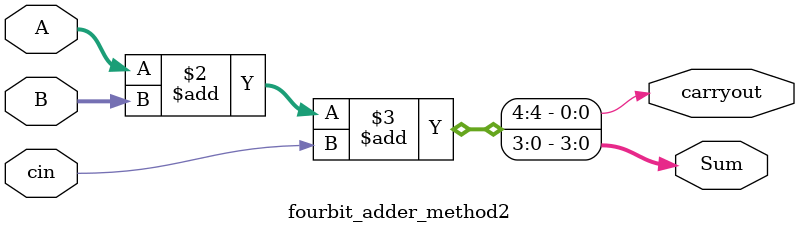
<source format=v>
module onebit_full_adder(sum, carryout, x, y, carryin);
	input carryin, x, y;
	output carryout, sum;
		
	assign sum = carryin^(x^y);
	assign carryout = ((x^y)&carryin) | (x&y);	
	
endmodule

//////////////////////////////////////////////////////////////
///////////////////////////////////////////////////////////////
module fourbit_adder_method1(Sum, carryout, A, B, cin);
	input cin;
	input [3:0] A;
	input [3:0] B;
	output wire [3:0] Sum;
	output wire carryout;
	
	wire [2:0] temp_carryout;
	
	onebit_full_adder inst1(Sum[0], temp_carryout[0], A[0], B[0],cin);	
	onebit_full_adder inst2(Sum[1], temp_carryout[1], A[1], B[1],temp_carryout[0]);	
	onebit_full_adder inst3(Sum[2], temp_carryout[2], A[2], B[2],temp_carryout[1]);	
	onebit_full_adder inst4(Sum[3],carryout, A[3], B[3],temp_carryout[2]);	
 			
endmodule

///////////////////////////////////////////////////////////////
module fourbit_adder_method2(Sum, carryout, A, B, cin);
	input cin;
	input [3:0] A;
	input [3:0] B;
	output reg [3:0] Sum;
	output reg carryout;
	
	always @(*)
	begin
		{carryout, Sum} = A + B + cin;
	end
 			
endmodule

</source>
